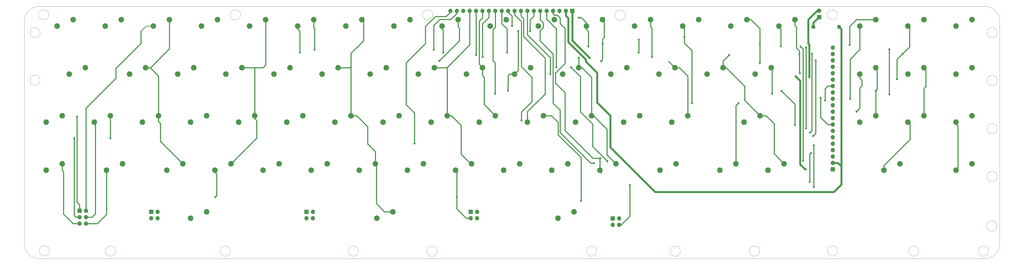
<source format=gbr>
G04 #@! TF.GenerationSoftware,KiCad,Pcbnew,7.0.1*
G04 #@! TF.CreationDate,2023-03-12T20:55:32-04:00*
G04 #@! TF.ProjectId,petkb,7065746b-622e-46b6-9963-61645f706362,B-V1-R2*
G04 #@! TF.SameCoordinates,Original*
G04 #@! TF.FileFunction,Copper,L2,Bot*
G04 #@! TF.FilePolarity,Positive*
%FSLAX46Y46*%
G04 Gerber Fmt 4.6, Leading zero omitted, Abs format (unit mm)*
G04 Created by KiCad (PCBNEW 7.0.1) date 2023-03-12 20:55:32*
%MOMM*%
%LPD*%
G01*
G04 APERTURE LIST*
G04 #@! TA.AperFunction,ComponentPad*
%ADD10C,2.200000*%
G04 #@! TD*
G04 #@! TA.AperFunction,ComponentPad*
%ADD11O,1.700000X1.700000*%
G04 #@! TD*
G04 #@! TA.AperFunction,ComponentPad*
%ADD12R,1.700000X1.700000*%
G04 #@! TD*
G04 #@! TA.AperFunction,ComponentPad*
%ADD13O,1.600000X1.600000*%
G04 #@! TD*
G04 #@! TA.AperFunction,ComponentPad*
%ADD14C,1.600000*%
G04 #@! TD*
G04 #@! TA.AperFunction,ViaPad*
%ADD15C,0.800000*%
G04 #@! TD*
G04 #@! TA.AperFunction,Conductor*
%ADD16C,0.400000*%
G04 #@! TD*
G04 #@! TA.AperFunction,Conductor*
%ADD17C,0.250000*%
G04 #@! TD*
G04 #@! TA.AperFunction,Conductor*
%ADD18C,0.750000*%
G04 #@! TD*
G04 #@! TA.AperFunction,Profile*
%ADD19C,0.050000*%
G04 #@! TD*
G04 APERTURE END LIST*
D10*
X156527500Y-126746000D03*
X162877500Y-124206000D03*
D11*
X196189600Y-126746000D03*
X193649600Y-126746000D03*
X196189600Y-124206000D03*
D12*
X193649600Y-124206000D03*
D11*
X252425200Y-129438400D03*
X249885200Y-129438400D03*
X252425200Y-126898400D03*
D12*
X249885200Y-126898400D03*
D11*
X331571600Y-44450000D03*
D12*
X331571600Y-46990000D03*
D11*
X41402000Y-128930400D03*
X38862000Y-128930400D03*
X41402000Y-126390400D03*
X38862000Y-126390400D03*
X41402000Y-123850400D03*
D12*
X38862000Y-123850400D03*
D11*
X131165600Y-126746000D03*
X128625600Y-126746000D03*
X131165600Y-124206000D03*
D12*
X128625600Y-124206000D03*
D11*
X69748400Y-126796800D03*
X67208400Y-126796800D03*
X69748400Y-124256800D03*
D12*
X67208400Y-124256800D03*
D13*
X339496400Y-50901600D03*
D14*
X329336400Y-50901600D03*
D10*
X347726000Y-50546000D03*
X354076000Y-48006000D03*
X311404000Y-107696000D03*
X317754000Y-105156000D03*
X301879000Y-88646000D03*
X308229000Y-86106000D03*
X392176000Y-86106000D03*
X385826000Y-88646000D03*
X315722000Y-50546000D03*
X322072000Y-48006000D03*
X245872000Y-48006000D03*
X239522000Y-50546000D03*
D11*
X336994500Y-59118500D03*
X336994500Y-61658500D03*
X336994500Y-64198500D03*
X336994500Y-66738500D03*
X336994500Y-69278500D03*
X336994500Y-71818500D03*
X336994500Y-74358500D03*
X336994500Y-76898500D03*
X336994500Y-79438500D03*
X336994500Y-81978500D03*
X336994500Y-84518500D03*
X336994500Y-87058500D03*
X336994500Y-89598500D03*
X336994500Y-92138500D03*
X336994500Y-94678500D03*
X336994500Y-97218500D03*
X336994500Y-99758500D03*
X336994500Y-102298500D03*
X336994500Y-104838500D03*
D12*
X336994500Y-107378500D03*
D10*
X82740500Y-126746000D03*
X89090500Y-124206000D03*
D11*
X185623200Y-44602400D03*
X188163200Y-44602400D03*
X190703200Y-44602400D03*
X193243200Y-44602400D03*
X195783200Y-44602400D03*
X198323200Y-44602400D03*
X200863200Y-44602400D03*
X203403200Y-44602400D03*
X205943200Y-44602400D03*
X208483200Y-44602400D03*
X211023200Y-44602400D03*
X213563200Y-44602400D03*
X216103200Y-44602400D03*
X218643200Y-44602400D03*
X221183200Y-44602400D03*
X223723200Y-44602400D03*
X226263200Y-44602400D03*
X228803200Y-44602400D03*
X231343200Y-44602400D03*
D12*
X233883200Y-44602400D03*
D10*
X211074000Y-69596000D03*
X217424000Y-67056000D03*
X230124000Y-69596000D03*
X236474000Y-67056000D03*
X168656000Y-107696000D03*
X175006000Y-105156000D03*
X235204000Y-88646000D03*
X241554000Y-86106000D03*
X222504000Y-86106000D03*
X216154000Y-88646000D03*
X228219000Y-126746000D03*
X234569000Y-124206000D03*
X63754000Y-88646000D03*
X70104000Y-86106000D03*
X385826000Y-107696000D03*
X392176000Y-105156000D03*
X44704000Y-88646000D03*
X51054000Y-86106000D03*
X115824000Y-69596000D03*
X122174000Y-67056000D03*
X198374000Y-67056000D03*
X192024000Y-69596000D03*
X103124000Y-67056000D03*
X96774000Y-69596000D03*
X312674000Y-67056000D03*
X306324000Y-69596000D03*
X268224000Y-69596000D03*
X274574000Y-67056000D03*
X58674000Y-69596000D03*
X65024000Y-67056000D03*
X84074000Y-67056000D03*
X77724000Y-69596000D03*
X160274000Y-67056000D03*
X153924000Y-69596000D03*
X249174000Y-69596000D03*
X255524000Y-67056000D03*
X179324000Y-67056000D03*
X172974000Y-69596000D03*
X134874000Y-69596000D03*
X141224000Y-67056000D03*
X287274000Y-69596000D03*
X293624000Y-67056000D03*
X34798000Y-69596000D03*
X41148000Y-67056000D03*
X49530000Y-107696000D03*
X55880000Y-105156000D03*
X268605000Y-107696000D03*
X274955000Y-105156000D03*
X357251000Y-107696000D03*
X363601000Y-105156000D03*
X207772000Y-48006000D03*
X201422000Y-50546000D03*
X144272000Y-50546000D03*
X150622000Y-48006000D03*
X93472000Y-48006000D03*
X87122000Y-50546000D03*
X29972000Y-50546000D03*
X36322000Y-48006000D03*
X354076000Y-86106000D03*
X347726000Y-88646000D03*
X244856000Y-107696000D03*
X251206000Y-105156000D03*
X194056000Y-105156000D03*
X187706000Y-107696000D03*
X98806000Y-105156000D03*
X92456000Y-107696000D03*
X25654000Y-107696000D03*
X32004000Y-105156000D03*
X373126000Y-86106000D03*
X366776000Y-88646000D03*
X292354000Y-107696000D03*
X298704000Y-105156000D03*
X213106000Y-105156000D03*
X206756000Y-107696000D03*
X136906000Y-105156000D03*
X130556000Y-107696000D03*
X73406000Y-107696000D03*
X79756000Y-105156000D03*
X232156000Y-105156000D03*
X225806000Y-107696000D03*
X149606000Y-107696000D03*
X155956000Y-105156000D03*
X117856000Y-105156000D03*
X111506000Y-107696000D03*
X354076000Y-67056000D03*
X347726000Y-69596000D03*
X392176000Y-67056000D03*
X385826000Y-69596000D03*
X254254000Y-88646000D03*
X260604000Y-86106000D03*
X184404000Y-86106000D03*
X178054000Y-88646000D03*
X139954000Y-88646000D03*
X146304000Y-86106000D03*
X108204000Y-86106000D03*
X101854000Y-88646000D03*
X373126000Y-67056000D03*
X366776000Y-69596000D03*
X203454000Y-86106000D03*
X197104000Y-88646000D03*
X273304000Y-88646000D03*
X279654000Y-86106000D03*
X165354000Y-86106000D03*
X159004000Y-88646000D03*
X120904000Y-88646000D03*
X127254000Y-86106000D03*
X89154000Y-86106000D03*
X82804000Y-88646000D03*
X25654000Y-88646000D03*
X32004000Y-86106000D03*
X392176000Y-48006000D03*
X385826000Y-50546000D03*
X283972000Y-48006000D03*
X277622000Y-50546000D03*
X226822000Y-48006000D03*
X220472000Y-50546000D03*
X163322000Y-50546000D03*
X169672000Y-48006000D03*
X112522000Y-48006000D03*
X106172000Y-50546000D03*
X49022000Y-50546000D03*
X55372000Y-48006000D03*
X303022000Y-48006000D03*
X296672000Y-50546000D03*
X366776000Y-50546000D03*
X373126000Y-48006000D03*
X264922000Y-48006000D03*
X258572000Y-50546000D03*
X182372000Y-50546000D03*
X188722000Y-48006000D03*
X131572000Y-48006000D03*
X125222000Y-50546000D03*
X68072000Y-50546000D03*
X74422000Y-48006000D03*
D15*
X354076000Y-76200000D03*
X203301600Y-77419200D03*
X312978800Y-77419200D03*
X240284000Y-58674000D03*
X324256400Y-58674000D03*
X316426850Y-58667650D03*
X325272400Y-103886000D03*
X236474000Y-47294800D03*
X37846000Y-86487000D03*
X299656500Y-81153000D03*
X333946500Y-80073500D03*
X198424800Y-62839600D03*
X236474000Y-63144400D03*
X308165500Y-65341500D03*
X245300500Y-64516000D03*
X245922800Y-57505600D03*
X308152800Y-57505600D03*
X237388400Y-119888000D03*
X195783200Y-61976000D03*
X296037000Y-61976000D03*
X323799200Y-61722000D03*
X324002400Y-69291200D03*
X343712800Y-58013600D03*
X265379200Y-62890400D03*
X181229000Y-64389000D03*
X330250800Y-64211200D03*
X329234800Y-94183200D03*
X327977500Y-92837000D03*
X131876800Y-59944000D03*
X179019200Y-59944000D03*
X328777600Y-61620400D03*
X326453500Y-91122500D03*
X171424600Y-97155000D03*
X326440800Y-59029600D03*
X244983000Y-102997000D03*
X92583000Y-118364000D03*
X188214000Y-118313200D03*
X247777000Y-104140000D03*
X328422000Y-100990400D03*
X327907650Y-112426750D03*
X227533200Y-66903600D03*
X233413300Y-66916300D03*
X242443000Y-104902000D03*
X329488800Y-97840800D03*
X329488800Y-114401600D03*
X256717800Y-113665000D03*
X208407000Y-76200000D03*
X346392500Y-84518500D03*
X322008500Y-89852500D03*
X316738000Y-76327000D03*
X217119200Y-52578000D03*
X212496400Y-52527200D03*
X225171000Y-69596000D03*
X332232000Y-78994000D03*
X213741000Y-88011000D03*
X359410000Y-77660500D03*
X359410000Y-59817000D03*
X210058000Y-50546000D03*
X281228800Y-81178400D03*
X343860781Y-79497581D03*
X278282400Y-54914800D03*
X362458000Y-71628000D03*
X126034800Y-61112400D03*
X260146800Y-61061600D03*
X260223000Y-56007000D03*
X182778400Y-61112400D03*
X208076800Y-61112400D03*
X364648750Y-61626750D03*
X240741200Y-63296800D03*
X322275200Y-70459600D03*
X326339200Y-107391200D03*
X327710800Y-70866000D03*
X36677600Y-94996000D03*
X51054000Y-94996000D03*
D16*
X354076000Y-86106000D02*
X354076000Y-76200000D01*
X354076000Y-76200000D02*
X354584000Y-75692000D01*
X354584000Y-67564000D02*
X354076000Y-67056000D01*
X354584000Y-75692000D02*
X354584000Y-67564000D01*
X373126000Y-86106000D02*
X373126000Y-75311000D01*
X373126000Y-75311000D02*
X373888000Y-74549000D01*
X373888000Y-67818000D02*
X373126000Y-67056000D01*
X373888000Y-74549000D02*
X373888000Y-67818000D01*
X203403200Y-44602400D02*
X203403200Y-51054000D01*
X203403200Y-51054000D02*
X202488800Y-51968400D01*
X202488800Y-51968400D02*
X202488800Y-64058800D01*
X202488800Y-64058800D02*
X202488800Y-64312800D01*
X203301600Y-65125600D02*
X203301600Y-77419200D01*
X202488800Y-64312800D02*
X203301600Y-65125600D01*
X312978800Y-67360800D02*
X312674000Y-67056000D01*
X312978800Y-77419200D02*
X312978800Y-67360800D01*
X315722000Y-50546000D02*
X315722000Y-51181000D01*
X315722000Y-51181000D02*
X316420500Y-51879500D01*
X239522000Y-49276000D02*
X239522000Y-50546000D01*
X325247000Y-78168500D02*
X325247000Y-95250000D01*
X228803200Y-44602400D02*
X228803200Y-45313600D01*
X237540800Y-47294800D02*
X237794800Y-47548800D01*
X237794800Y-47548800D02*
X239522000Y-49276000D01*
X239522000Y-50546000D02*
X239522000Y-51866800D01*
X239522000Y-51866800D02*
X240284000Y-52628800D01*
X240284000Y-52628800D02*
X240284000Y-58674000D01*
X325247000Y-59664600D02*
X324256400Y-58674000D01*
X325247000Y-78168500D02*
X325247000Y-59664600D01*
X316420500Y-58661300D02*
X316426850Y-58667650D01*
X316420500Y-51879500D02*
X316420500Y-58661300D01*
X325272400Y-95275400D02*
X325247000Y-95250000D01*
X325272400Y-103886000D02*
X325272400Y-95275400D01*
X236474000Y-47294800D02*
X237540800Y-47294800D01*
X247650000Y-101600000D02*
X251206000Y-105156000D01*
X247650000Y-91440000D02*
X247650000Y-101600000D01*
X37846000Y-86487000D02*
X37846000Y-120396000D01*
X241554000Y-86106000D02*
X241554000Y-70866000D01*
X237744000Y-67056000D02*
X236474000Y-67056000D01*
X241554000Y-70866000D02*
X237744000Y-67056000D01*
X241554000Y-86106000D02*
X242316000Y-86106000D01*
X242316000Y-86106000D02*
X247650000Y-91440000D01*
X298704000Y-105156000D02*
X298704000Y-82105500D01*
X298704000Y-82105500D02*
X299656500Y-81153000D01*
X335026000Y-74358500D02*
X336994500Y-74358500D01*
X333946500Y-80073500D02*
X333946500Y-75438000D01*
X333946500Y-75438000D02*
X335026000Y-74358500D01*
X200863200Y-44602400D02*
X200863200Y-47193200D01*
X200863200Y-47193200D02*
X198374000Y-49682400D01*
X198374000Y-62788800D02*
X198424800Y-62839600D01*
X198374000Y-49682400D02*
X198374000Y-62788800D01*
X236474000Y-63144400D02*
X236474000Y-67056000D01*
X38862000Y-121412000D02*
X37846000Y-120396000D01*
X38862000Y-123850400D02*
X38862000Y-121412000D01*
X237363000Y-114046000D02*
X237363000Y-113538000D01*
X234569000Y-124206000D02*
X234569000Y-123952000D01*
X237363000Y-113538000D02*
X237363000Y-102743000D01*
X228346000Y-88773000D02*
X225679000Y-86106000D01*
X225679000Y-86106000D02*
X222504000Y-86106000D01*
X228346000Y-93726000D02*
X228346000Y-88773000D01*
X237363000Y-102743000D02*
X228346000Y-93726000D01*
X198374000Y-67056000D02*
X198374000Y-70231000D01*
X198374000Y-70231000D02*
X199009000Y-70866000D01*
X199009000Y-81661000D02*
X203454000Y-86106000D01*
X199009000Y-70866000D02*
X199009000Y-81661000D01*
X304577634Y-48006000D02*
X308165500Y-51593866D01*
X303022000Y-48006000D02*
X304577634Y-48006000D01*
X308165500Y-51593866D02*
X308165500Y-65341500D01*
X245872000Y-55753000D02*
X246507000Y-55118000D01*
X246507000Y-48641000D02*
X245872000Y-48006000D01*
X246507000Y-55118000D02*
X246507000Y-48641000D01*
X245872000Y-62865000D02*
X245872000Y-63817500D01*
X245872000Y-63817500D02*
X245300500Y-64389000D01*
X245300500Y-64389000D02*
X245300500Y-64516000D01*
X198323200Y-44602400D02*
X198323200Y-47345600D01*
X198323200Y-47345600D02*
X197053200Y-48615600D01*
X197053200Y-65735200D02*
X198374000Y-67056000D01*
X197053200Y-48615600D02*
X197053200Y-65735200D01*
X245872000Y-57505600D02*
X245922800Y-57505600D01*
X245872000Y-62865000D02*
X245872000Y-57505600D01*
X245872000Y-57505600D02*
X245872000Y-55753000D01*
X237363000Y-119862600D02*
X237388400Y-119888000D01*
X237363000Y-114046000D02*
X237363000Y-119862600D01*
X308229000Y-86106000D02*
X310642000Y-86106000D01*
X310642000Y-86106000D02*
X313817000Y-89281000D01*
X313817000Y-101219000D02*
X317754000Y-105156000D01*
X313817000Y-89281000D02*
X313817000Y-101219000D01*
X293624000Y-67056000D02*
X294767000Y-67056000D01*
X294767000Y-67056000D02*
X302133000Y-74422000D01*
X302133000Y-80010000D02*
X308229000Y-86106000D01*
X302133000Y-74422000D02*
X302133000Y-80010000D01*
X274574000Y-67056000D02*
X276352000Y-67056000D01*
X279654000Y-70358000D02*
X279654000Y-86106000D01*
X276352000Y-67056000D02*
X279654000Y-70358000D01*
X322072000Y-48006000D02*
X322072000Y-50355500D01*
X322072000Y-50355500D02*
X322643500Y-50927000D01*
X322643500Y-50927000D02*
X322643500Y-59309000D01*
X272034000Y-64516000D02*
X274574000Y-67056000D01*
X195783200Y-44602400D02*
X195783200Y-61976000D01*
X293624000Y-64389000D02*
X296037000Y-61976000D01*
X293624000Y-67056000D02*
X293624000Y-64389000D01*
X323799200Y-60464700D02*
X322643500Y-59309000D01*
X323799200Y-61722000D02*
X323799200Y-60464700D01*
X323799200Y-69088000D02*
X324002400Y-69291200D01*
X323799200Y-61722000D02*
X323799200Y-69088000D01*
X373786400Y-48666400D02*
X373126000Y-48006000D01*
X346354400Y-48006000D02*
X354076000Y-48006000D01*
X343712800Y-50647600D02*
X346354400Y-48006000D01*
X343712800Y-58013600D02*
X343712800Y-50647600D01*
X184404000Y-86106000D02*
X184404000Y-70104000D01*
X181356000Y-67056000D02*
X179324000Y-67056000D01*
X194056000Y-105156000D02*
X193675000Y-105156000D01*
X193675000Y-105156000D02*
X189865000Y-101346000D01*
X189865000Y-101346000D02*
X189865000Y-89916000D01*
X186055000Y-86106000D02*
X184404000Y-86106000D01*
X189865000Y-89916000D02*
X186055000Y-86106000D01*
X179324000Y-67056000D02*
X182626000Y-67056000D01*
X184404000Y-70104000D02*
X184404000Y-68834000D01*
X184277000Y-67056000D02*
X182626000Y-67056000D01*
X184404000Y-68834000D02*
X184404000Y-67183000D01*
X184404000Y-67183000D02*
X184277000Y-67056000D01*
X193243200Y-58089800D02*
X193103500Y-58229500D01*
X193243200Y-44602400D02*
X193243200Y-58089800D01*
X193103500Y-58229500D02*
X184277000Y-67056000D01*
X193294000Y-58039000D02*
X193103500Y-58229500D01*
X264922000Y-48006000D02*
X264922000Y-50850800D01*
X265379200Y-51308000D02*
X265379200Y-62890400D01*
X264922000Y-50850800D02*
X265379200Y-51308000D01*
X155956000Y-105156000D02*
X155956000Y-100330000D01*
X155956000Y-100330000D02*
X152908000Y-97282000D01*
X152908000Y-97282000D02*
X152908000Y-90424000D01*
X148590000Y-86106000D02*
X146304000Y-86106000D01*
X152908000Y-90424000D02*
X148590000Y-86106000D01*
X141224000Y-67056000D02*
X143510000Y-67056000D01*
X146304000Y-69850000D02*
X146304000Y-86106000D01*
X146304000Y-69850000D02*
X146304000Y-66548000D01*
X146304000Y-66548000D02*
X146304000Y-61341000D01*
X151257000Y-56388000D02*
X151257000Y-48641000D01*
X151257000Y-48641000D02*
X150622000Y-48006000D01*
X146304000Y-61341000D02*
X151257000Y-56388000D01*
X188722000Y-48006000D02*
X188722000Y-50800000D01*
X188722000Y-50800000D02*
X189230000Y-51308000D01*
X189230000Y-51308000D02*
X189230000Y-56515000D01*
X189230000Y-56515000D02*
X189103000Y-56515000D01*
X189103000Y-56515000D02*
X181229000Y-64389000D01*
X141224000Y-67056000D02*
X145796000Y-67056000D01*
X145796000Y-67056000D02*
X146304000Y-66548000D01*
X330263500Y-64223900D02*
X330263500Y-70929500D01*
X330250800Y-64211200D02*
X330263500Y-64223900D01*
X330263500Y-93154500D02*
X329234800Y-94183200D01*
X330263500Y-92214700D02*
X330263500Y-93154500D01*
X330263500Y-92214700D02*
X330263500Y-70929500D01*
X159590500Y-124221000D02*
X163106000Y-124221000D01*
X156337000Y-120967500D02*
X159590500Y-124221000D01*
X156337000Y-105537000D02*
X156337000Y-120967500D01*
X155956000Y-105156000D02*
X156337000Y-105537000D01*
X108204000Y-86106000D02*
X108204000Y-70358000D01*
D17*
X104902000Y-67056000D02*
X103124000Y-67056000D01*
D16*
X112522000Y-48006000D02*
X112522000Y-66040000D01*
X108204000Y-86106000D02*
X108204000Y-87249000D01*
X108204000Y-87249000D02*
X108966000Y-88011000D01*
X108966000Y-94996000D02*
X98806000Y-105156000D01*
X108966000Y-88011000D02*
X108966000Y-94996000D01*
X111506000Y-67056000D02*
X112522000Y-66040000D01*
X108204000Y-67183000D02*
X108077000Y-67056000D01*
X108204000Y-70358000D02*
X108204000Y-67183000D01*
X103124000Y-67056000D02*
X108077000Y-67056000D01*
X108077000Y-67056000D02*
X111506000Y-67056000D01*
X327977500Y-92837000D02*
X328739500Y-92075000D01*
X328739500Y-92075000D02*
X328739500Y-69913500D01*
X131572000Y-48006000D02*
X131572000Y-51308000D01*
X131876800Y-51612800D02*
X131876800Y-59944000D01*
X131572000Y-51308000D02*
X131876800Y-51612800D01*
X179019200Y-54406800D02*
X179019200Y-50342800D01*
X179019200Y-50342800D02*
X181406800Y-47955200D01*
X181406800Y-47955200D02*
X185826400Y-47955200D01*
X188163200Y-45618400D02*
X188163200Y-44602400D01*
X185826400Y-47955200D02*
X188163200Y-45618400D01*
X179019200Y-54406800D02*
X179019200Y-59944000D01*
X328739500Y-61658500D02*
X328739500Y-69913500D01*
X328777600Y-61620400D02*
X328739500Y-61658500D01*
X70104000Y-86106000D02*
X70104000Y-70358000D01*
X66802000Y-67056000D02*
X65024000Y-67056000D01*
X70104000Y-70358000D02*
X66802000Y-67056000D01*
X74422000Y-48006000D02*
X74422000Y-59563000D01*
X70104000Y-86106000D02*
X70104000Y-88392000D01*
X70104000Y-88392000D02*
X70866000Y-89154000D01*
X70866000Y-96266000D02*
X79756000Y-105156000D01*
X70866000Y-89154000D02*
X70866000Y-96266000D01*
X65024000Y-67056000D02*
X66929000Y-67056000D01*
X66929000Y-67056000D02*
X74422000Y-59563000D01*
X326453500Y-91122500D02*
X326453500Y-69659500D01*
X185623200Y-44602400D02*
X185623200Y-45059600D01*
X185623200Y-45059600D02*
X183946800Y-46736000D01*
X183946800Y-46736000D02*
X179730400Y-46736000D01*
X179730400Y-46736000D02*
X175768000Y-50698400D01*
X175768000Y-50698400D02*
X175768000Y-57505600D01*
X175768000Y-57505600D02*
X168148000Y-65125600D01*
X168148000Y-65125600D02*
X168148000Y-81737200D01*
X168148000Y-81737200D02*
X171450000Y-85039200D01*
X171450000Y-97129600D02*
X171424600Y-97155000D01*
X171450000Y-85039200D02*
X171450000Y-97129600D01*
X326453500Y-59042300D02*
X326453500Y-69659500D01*
X326440800Y-59029600D02*
X326453500Y-59042300D01*
X36271200Y-128930400D02*
X38862000Y-128930400D01*
X32512000Y-125171200D02*
X36271200Y-128930400D01*
X32004000Y-107823000D02*
X32512000Y-108331000D01*
X32512000Y-108331000D02*
X32512000Y-125171200D01*
X32004000Y-105156000D02*
X32004000Y-107823000D01*
X188214000Y-114300000D02*
X188214000Y-108204000D01*
X188214000Y-108204000D02*
X187706000Y-107696000D01*
D17*
X244856000Y-107696000D02*
X244729000Y-107696000D01*
D16*
X244856000Y-103124000D02*
X244856000Y-107696000D01*
D17*
X244983000Y-102997000D02*
X244856000Y-103124000D01*
D16*
X231013000Y-55372000D02*
X231013000Y-54991000D01*
X244983000Y-102997000D02*
X242062000Y-102997000D01*
X229870000Y-75819000D02*
X227203000Y-73152000D01*
X244856000Y-107696000D02*
X244856000Y-108331000D01*
X244856000Y-108331000D02*
X245364000Y-108839000D01*
X231267000Y-92202000D02*
X242062000Y-102997000D01*
X227203000Y-73152000D02*
X231013000Y-76962000D01*
X231013000Y-91948000D02*
X231267000Y-92202000D01*
X231013000Y-76962000D02*
X231013000Y-91948000D01*
X229108000Y-49593500D02*
X231013000Y-51498500D01*
X229108000Y-47396400D02*
X229108000Y-49593500D01*
X227990400Y-46278800D02*
X229108000Y-47396400D01*
X226822000Y-46278800D02*
X227990400Y-46278800D01*
X226263200Y-45720000D02*
X226822000Y-46278800D01*
X226263200Y-44602400D02*
X226263200Y-45720000D01*
X231013000Y-53975000D02*
X231013000Y-54991000D01*
X231013000Y-51498500D02*
X231013000Y-53975000D01*
X227203000Y-69215000D02*
X227203000Y-73152000D01*
X231013000Y-65405000D02*
X227203000Y-69215000D01*
X231013000Y-53975000D02*
X231013000Y-65405000D01*
X92456000Y-107696000D02*
X92456000Y-108508800D01*
X92456000Y-108508800D02*
X93116400Y-109169200D01*
X93116400Y-117830600D02*
X92583000Y-118364000D01*
X93116400Y-109169200D02*
X93116400Y-117830600D01*
X188214000Y-114300000D02*
X188214000Y-118313200D01*
X193649600Y-126746000D02*
X191871600Y-126746000D01*
X188214000Y-123088400D02*
X188214000Y-118313200D01*
X191871600Y-126746000D02*
X188214000Y-123088400D01*
X237109000Y-70612000D02*
X237109000Y-84582000D01*
X237109000Y-84582000D02*
X241935000Y-89408000D01*
X241935000Y-89408000D02*
X241935000Y-98298000D01*
X241935000Y-98298000D02*
X247777000Y-104140000D01*
X357251000Y-107696000D02*
X357251000Y-105854500D01*
X357251000Y-105854500D02*
X367601500Y-95504000D01*
X367601500Y-89471500D02*
X366776000Y-88646000D01*
X367601500Y-95504000D02*
X367601500Y-89471500D01*
X223723200Y-44602400D02*
X223723200Y-47853600D01*
X227533200Y-51663600D02*
X227533200Y-56997600D01*
X223723200Y-47853600D02*
X227533200Y-51663600D01*
X327907650Y-101504750D02*
X327907650Y-112426750D01*
X328422000Y-100990400D02*
X327907650Y-101504750D01*
X227533200Y-56997600D02*
X227533200Y-66903600D01*
X233413300Y-66916300D02*
X237109000Y-70612000D01*
X226441000Y-108331000D02*
X225806000Y-107696000D01*
X385826000Y-88646000D02*
X385826000Y-89471500D01*
X385826000Y-89471500D02*
X386524500Y-90170000D01*
X386524500Y-106997500D02*
X385826000Y-107696000D01*
X386524500Y-90170000D02*
X386524500Y-106997500D01*
X241173000Y-104902000D02*
X242443000Y-104902000D01*
X229108000Y-92837000D02*
X241173000Y-104902000D01*
X226314000Y-81153000D02*
X229108000Y-83947000D01*
X229108000Y-83947000D02*
X229108000Y-92837000D01*
X221183200Y-44602400D02*
X221183200Y-48107600D01*
X221183200Y-48107600D02*
X222402400Y-49326800D01*
X222402400Y-49326800D02*
X222402400Y-51155600D01*
X222402400Y-51155600D02*
X221081600Y-52476400D01*
X221081600Y-56438800D02*
X226314000Y-61671200D01*
X221081600Y-52476400D02*
X221081600Y-56438800D01*
X226314000Y-61671200D02*
X226314000Y-81153000D01*
X329488800Y-97840800D02*
X329488800Y-114401600D01*
X252425200Y-129438400D02*
X253187200Y-129438400D01*
X253187200Y-129438400D02*
X256717800Y-125907800D01*
X256717800Y-125907800D02*
X256717800Y-113665000D01*
X45821600Y-128930400D02*
X41402000Y-128930400D01*
X49530000Y-125222000D02*
X45821600Y-128930400D01*
X49530000Y-107696000D02*
X49530000Y-125222000D01*
X209042000Y-69596000D02*
X208534000Y-70104000D01*
X211074000Y-69596000D02*
X209042000Y-69596000D01*
X208534000Y-70104000D02*
X208407000Y-76200000D01*
X347706001Y-83204999D02*
X347706001Y-75140499D01*
X346392500Y-84518500D02*
X347706001Y-83204999D01*
X347706001Y-75140499D02*
X348551500Y-74295000D01*
X348551500Y-71977134D02*
X348551500Y-72136000D01*
X347726000Y-71151634D02*
X348551500Y-71977134D01*
X347726000Y-69596000D02*
X347726000Y-71151634D01*
X348551500Y-74295000D02*
X348551500Y-72136000D01*
X322008500Y-81597500D02*
X316738000Y-76327000D01*
X322008500Y-89852500D02*
X322008500Y-81597500D01*
X218643200Y-44602400D02*
X218643200Y-46685200D01*
X218643200Y-46685200D02*
X217119200Y-48209200D01*
X217119200Y-48209200D02*
X217119200Y-52578000D01*
X212496400Y-52527200D02*
X212445600Y-52578000D01*
X212445600Y-68224400D02*
X211074000Y-69596000D01*
X212445600Y-52578000D02*
X212445600Y-68224400D01*
X332232000Y-82867500D02*
X332232000Y-86804500D01*
X335026000Y-89598500D02*
X336994500Y-89598500D01*
X332232000Y-86804500D02*
X335026000Y-89598500D01*
X332232000Y-78994000D02*
X332232000Y-82867500D01*
X225171000Y-63119000D02*
X225171000Y-69596000D01*
X216103200Y-54051200D02*
X225171000Y-63119000D01*
X216103200Y-44602400D02*
X216103200Y-54051200D01*
X213563200Y-46532800D02*
X213563200Y-44602400D01*
X214630000Y-47599600D02*
X213563200Y-46532800D01*
X223139000Y-63246000D02*
X214630000Y-54737000D01*
X223139000Y-77470000D02*
X223139000Y-63246000D01*
X216154000Y-84455000D02*
X223139000Y-77470000D01*
X214630000Y-54737000D02*
X214630000Y-47599600D01*
X216154000Y-88646000D02*
X216154000Y-84455000D01*
X213741000Y-84709000D02*
X213741000Y-88011000D01*
X217932000Y-80518000D02*
X213741000Y-84709000D01*
X217932000Y-70866000D02*
X217932000Y-80518000D01*
X211023200Y-44602400D02*
X211023200Y-46075600D01*
X211023200Y-46075600D02*
X213766400Y-48818800D01*
X213766400Y-48818800D02*
X213766400Y-66700400D01*
X213766400Y-66700400D02*
X217932000Y-70866000D01*
X220726000Y-50292000D02*
X220472000Y-50546000D01*
X277495000Y-50419000D02*
X277622000Y-50546000D01*
X359410000Y-77660500D02*
X359410000Y-59817000D01*
X208483200Y-44602400D02*
X208483200Y-45059600D01*
X210058000Y-46634400D02*
X210058000Y-50546000D01*
X208483200Y-45059600D02*
X210058000Y-46634400D01*
X281228800Y-81178400D02*
X281228800Y-60299600D01*
X281228800Y-60299600D02*
X278282400Y-57353200D01*
X278282400Y-51206400D02*
X277622000Y-50546000D01*
X347726000Y-50546000D02*
X347726000Y-59893200D01*
X343860781Y-63758419D02*
X343860781Y-79497581D01*
X347726000Y-59893200D02*
X343860781Y-63758419D01*
X278282400Y-54914800D02*
X278282400Y-51206400D01*
X278282400Y-57353200D02*
X278282400Y-54914800D01*
X44704000Y-79756000D02*
X53213000Y-71247000D01*
X53213000Y-71247000D02*
X53213000Y-67310000D01*
X53213000Y-67310000D02*
X63119000Y-57404000D01*
X63119000Y-57404000D02*
X63119000Y-52578000D01*
D17*
X65151000Y-50546000D02*
X68072000Y-50546000D01*
X63119000Y-52578000D02*
X65151000Y-50546000D01*
D16*
X41529000Y-82931000D02*
X44704000Y-79756000D01*
X362458000Y-71628000D02*
X362458000Y-63817500D01*
X367411000Y-51181000D02*
X366776000Y-50546000D01*
X367411000Y-58864500D02*
X367411000Y-51181000D01*
X125222000Y-50546000D02*
X125222000Y-51765200D01*
X125222000Y-51765200D02*
X126034800Y-52578000D01*
X126034800Y-52578000D02*
X126034800Y-61112400D01*
X260223000Y-60985400D02*
X260223000Y-56007000D01*
X260146800Y-61061600D02*
X260223000Y-60985400D01*
X182372000Y-50546000D02*
X182372000Y-51663600D01*
X182778400Y-52070000D02*
X182778400Y-61112400D01*
X182372000Y-51663600D02*
X182778400Y-52070000D01*
X205994000Y-49631600D02*
X208076800Y-51714400D01*
X205994000Y-48006000D02*
X205994000Y-49631600D01*
X205943200Y-47955200D02*
X205994000Y-48006000D01*
X205943200Y-44602400D02*
X205943200Y-47955200D01*
X208076800Y-51714400D02*
X208076800Y-61112400D01*
X364648750Y-61626750D02*
X367411000Y-58864500D01*
X362458000Y-63817500D02*
X364648750Y-61626750D01*
X41402000Y-83058000D02*
X41529000Y-82931000D01*
X41402000Y-123850400D02*
X41402000Y-83058000D01*
D18*
X339077300Y-104838500D02*
X336994500Y-104838500D01*
X340410800Y-106172000D02*
X339077300Y-104838500D01*
X248970800Y-86156800D02*
X248970800Y-98704400D01*
X231343200Y-46482000D02*
X232308400Y-47447200D01*
X243738400Y-69138800D02*
X243738400Y-80924400D01*
X232308400Y-47447200D02*
X232308400Y-56946800D01*
X239217200Y-63855600D02*
X239217200Y-64617600D01*
X239217200Y-64617600D02*
X243738400Y-69138800D01*
X232308400Y-56946800D02*
X239217200Y-63855600D01*
X248970800Y-98704400D02*
X266649200Y-116382800D01*
X231343200Y-44602400D02*
X231343200Y-46482000D01*
X266649200Y-116382800D02*
X337464400Y-116382800D01*
X243738400Y-80924400D02*
X248970800Y-86156800D01*
X337464400Y-116382800D02*
X340410800Y-113436400D01*
X340410800Y-113436400D02*
X340410800Y-106172000D01*
X340410800Y-51816000D02*
X339496400Y-50901600D01*
X340410800Y-106172000D02*
X340410800Y-51816000D01*
X233883200Y-44602400D02*
X233883200Y-56337200D01*
X233883200Y-56337200D02*
X240842800Y-63296800D01*
X240842800Y-63296800D02*
X240741200Y-63296800D01*
X322275200Y-70459600D02*
X324104000Y-72288400D01*
X324104000Y-72288400D02*
X324104000Y-98602800D01*
X324104000Y-98602800D02*
X324104000Y-105410000D01*
X326085200Y-107391200D02*
X326339200Y-107391200D01*
X324104000Y-105410000D02*
X326085200Y-107391200D01*
X331571600Y-44450000D02*
X330809600Y-44450000D01*
X330809600Y-44450000D02*
X327253600Y-48006000D01*
X327253600Y-48006000D02*
X327253600Y-57505600D01*
X327253600Y-57505600D02*
X327710800Y-57962800D01*
X327710800Y-57962800D02*
X327710800Y-60604400D01*
X327710800Y-60604400D02*
X327710800Y-70866000D01*
X329336400Y-49225200D02*
X331571600Y-46990000D01*
X329336400Y-50901600D02*
X329336400Y-49225200D01*
D16*
X43738800Y-126390400D02*
X41402000Y-126390400D01*
X45085000Y-125044200D02*
X43738800Y-126390400D01*
X45085000Y-89027000D02*
X45085000Y-125044200D01*
X44704000Y-88646000D02*
X45085000Y-89027000D01*
X38862000Y-126390400D02*
X37388800Y-126390400D01*
X36677600Y-125679200D02*
X36677600Y-94996000D01*
X37388800Y-126390400D02*
X36677600Y-125679200D01*
X51054000Y-86106000D02*
X51054000Y-94996000D01*
D19*
X398676494Y-139801600D02*
G75*
G03*
X398676494Y-139801600I-2030094J0D01*
G01*
X254861694Y-46276894D02*
G75*
G03*
X254861694Y-46276894I-2030094J0D01*
G01*
X178712494Y-46073694D02*
G75*
G03*
X178712494Y-46073694I-2030094J0D01*
G01*
X26617294Y-46126400D02*
G75*
G03*
X26617294Y-46126400I-2030094J0D01*
G01*
X98501200Y-139801600D02*
G75*
G03*
X98501200Y-139801600I-2030094J0D01*
G01*
X149197694Y-139801600D02*
G75*
G03*
X149197694Y-139801600I-2030094J0D01*
G01*
X276705694Y-139852400D02*
G75*
G03*
X276705694Y-139852400I-2030094J0D01*
G01*
X338935694Y-139750800D02*
G75*
G03*
X338935694Y-139750800I-2030094J0D01*
G01*
X243584094Y-139801600D02*
G75*
G03*
X243584094Y-139801600I-2030094J0D01*
G01*
X371092094Y-139801600D02*
G75*
G03*
X371092094Y-139801600I-2030094J0D01*
G01*
X308100094Y-139801600D02*
G75*
G03*
X308100094Y-139801600I-2030094J0D01*
G01*
X180439694Y-139852400D02*
G75*
G03*
X180439694Y-139852400I-2030094J0D01*
G01*
X53084094Y-139801600D02*
G75*
G03*
X53084094Y-139801600I-2030094J0D01*
G01*
X26972894Y-139700000D02*
G75*
G03*
X26972894Y-139700000I-2030094J0D01*
G01*
X23213694Y-72136000D02*
G75*
G03*
X23213694Y-72136000I-2030094J0D01*
G01*
X23264494Y-53187600D02*
G75*
G03*
X23264494Y-53187600I-2030094J0D01*
G01*
X102563294Y-46126400D02*
G75*
G03*
X102563294Y-46126400I-2030094J0D01*
G01*
X338884894Y-46126400D02*
G75*
G03*
X338884894Y-46126400I-2030094J0D01*
G01*
X401978494Y-129844800D02*
G75*
G03*
X401978494Y-129844800I-2030094J0D01*
G01*
X402130894Y-110236000D02*
G75*
G03*
X402130894Y-110236000I-2030094J0D01*
G01*
X402130894Y-91236800D02*
G75*
G03*
X402130894Y-91236800I-2030094J0D01*
G01*
X402130894Y-72136000D02*
G75*
G03*
X402130894Y-72136000I-2030094J0D01*
G01*
X402132800Y-53136800D02*
G75*
G03*
X402132800Y-53136800I-2030094J0D01*
G01*
X22860000Y-42773600D02*
X397256000Y-42773600D01*
X17018000Y-136956800D02*
X17018000Y-48615600D01*
X397256000Y-142798800D02*
X22860000Y-142798800D01*
X403098000Y-136956800D02*
X403098000Y-123545600D01*
X403098000Y-48615600D02*
X403098000Y-123545600D01*
X22860000Y-42773600D02*
G75*
G03*
X17018000Y-48615600I0J-5842000D01*
G01*
X17018000Y-136956800D02*
G75*
G03*
X22860000Y-142798800I5842000J0D01*
G01*
X397256000Y-142798800D02*
G75*
G03*
X403098000Y-136956800I0J5842000D01*
G01*
X403098000Y-48615600D02*
G75*
G03*
X397256000Y-42773600I-5842000J0D01*
G01*
M02*

</source>
